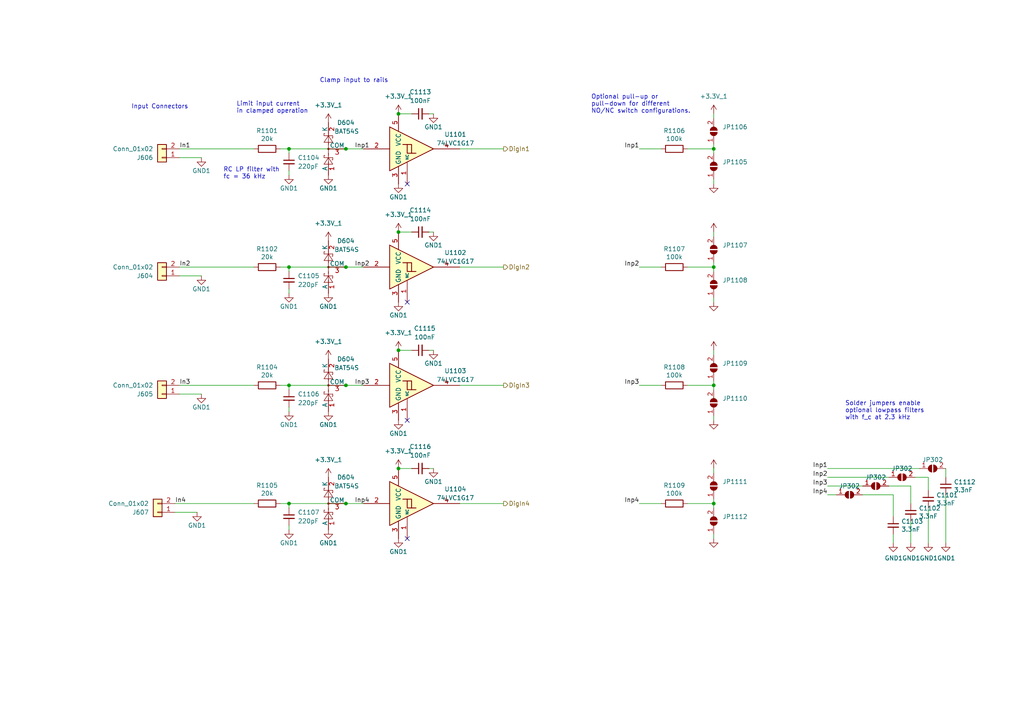
<source format=kicad_sch>
(kicad_sch (version 20230121) (generator eeschema)
  (paper "A4")
  (title_block (title "Hat Labs Marine Engine & Tank interface (HALMET)") (date "2023-11-27") (rev "1.0.0") (company "Hat Labs Ltd") (comment 1 "https://creativecommons.org/licenses/by-sa/4.0") (comment 2 "To view a copy of this license, visit ") (comment 3 "HALMET is licensed under CC BY-SA 4.0."))
  (lib_symbols
    (symbol "74xGxx:74LVC1G17"
      (property "Reference" "U" (at 2.54 7.62 0))
      (property "Value" "74LVC1G17" (at 5.08 -7.62 0))
      (symbol "74LVC1G17_0_1"
        (polyline (pts (xy -2.54 1.27) (xy -1.27 1.27) (xy -1.27 -1.27)) (stroke (width 0.254)) (fill (type background)))
        (polyline (pts (xy -7.62 6.35) (xy -7.62 -6.35) (xy 5.08 0) (xy -7.62 6.35)) (stroke (width 0.254)) (fill (type background)))
        (polyline (pts (xy -3.81 1.27) (xy -2.54 1.27) (xy -2.54 -1.27) (xy 0 -1.27)) (stroke (width 0.254)) (fill (type background)))
      )
      (symbol "74LVC1G17_1_1"
        (pin free line (at -2.54 -10.16 90) (length 6.35) (name "NC") (number "1"))
        (pin input line (at -15.24 0 0) (length 7.62) (name "~") (number "2"))
        (pin power_in line (at -5.08 -10.16 90) (length 5.08) (name "GND") (number "3"))
        (pin output line (at 12.7 0 180) (length 7.62) (name "~") (number "4"))
        (pin power_in line (at -5.08 10.16 270) (length 5.08) (name "VCC") (number "5"))
      )
    )
    (symbol "Connector_Generic:Conn_01x02" (pin_names (offset 1.016) hide)
      (property "Reference" "J" (at 0 2.54 0))
      (property "Value" "Conn_01x02" (at 0 -5.08 0))
      (symbol "Conn_01x02_1_1"
        (rectangle (start -1.27 -2.413) (end 0 -2.667) (stroke (width 0.1524)))
        (rectangle (start -1.27 0.127) (end 0 -0.127) (stroke (width 0.1524)))
        (rectangle (start -1.27 1.27) (end 1.27 -3.81) (stroke (width 0.254)) (fill (type background)))
        (pin passive line (at -5.08 0 0) (length 3.81) (name "Pin_1") (number "1"))
        (pin passive line (at -5.08 -2.54 0) (length 3.81) (name "Pin_2") (number "2"))
      )
    )
    (symbol "Device:C_Small" (pin_numbers hide) (pin_names (offset 0.254) hide)
      (property "Reference" "C" (at 0.254 1.778 0))
      (property "Value" "C_Small" (at 0.254 -2.032 0))
      (symbol "C_Small_0_1"
        (polyline (pts (xy -1.524 -0.508) (xy 1.524 -0.508)) (stroke (width 0.3302)))
        (polyline (pts (xy -1.524 0.508) (xy 1.524 0.508)) (stroke (width 0.3048)))
      )
      (symbol "C_Small_1_1"
        (pin passive line (at 0 2.54 270) (length 2.032) (name "~") (number "1"))
        (pin passive line (at 0 -2.54 90) (length 2.032) (name "~") (number "2"))
      )
    )
    (symbol "Device:R" (pin_numbers hide) (pin_names (offset 0))
      (property "Reference" "R" (at 2.032 0 90))
      (property "Value" "R" (at 0 0 90))
      (symbol "R_0_1"
        (rectangle (start -1.016 -2.54) (end 1.016 2.54) (stroke (width 0.254)))
      )
      (symbol "R_1_1"
        (pin passive line (at 0 3.81 270) (length 1.27) (name "~") (number "1"))
        (pin passive line (at 0 -3.81 90) (length 1.27) (name "~") (number "2"))
      )
    )
    (symbol "Diode:BAT54S" (pin_names (offset 0))
      (property "Reference" "D" (at 2.54 -5.08 0))
      (property "Value" "BAT54S" (at -6.35 3.175 0))
      (symbol "BAT54S_0_1"
        (polyline (pts (xy -3.81 0) (xy -1.27 0)))
        (polyline (pts (xy -3.175 -1.27) (xy -3.175 -1.016)))
        (polyline (pts (xy -2.54 -1.27) (xy -3.175 -1.27)))
        (polyline (pts (xy -2.54 -1.27) (xy -2.54 1.27)))
        (polyline (pts (xy -2.54 1.27) (xy -1.905 1.27)))
        (polyline (pts (xy -1.905 0) (xy 1.905 0)))
        (polyline (pts (xy -1.905 1.27) (xy -1.905 1.016)))
        (polyline (pts (xy 1.27 0) (xy 3.81 0)))
        (polyline (pts (xy 3.175 -1.27) (xy 3.175 -1.016)))
        (polyline (pts (xy 3.81 -1.27) (xy 3.175 -1.27)))
        (polyline (pts (xy 3.81 -1.27) (xy 3.81 1.27)))
        (polyline (pts (xy 3.81 1.27) (xy 4.445 1.27)))
        (polyline (pts (xy 4.445 1.27) (xy 4.445 1.016)))
        (polyline (pts (xy -4.445 1.27) (xy -4.445 -1.27) (xy -2.54 0) (xy -4.445 1.27)))
        (polyline (pts (xy 1.905 1.27) (xy 1.905 -1.27) (xy 3.81 0) (xy 1.905 1.27)))
        (circle (center 0 0) (radius 0.254) (fill (type outline)))
      )
      (symbol "BAT54S_1_1"
        (pin passive line (at -7.62 0 0) (length 3.81) (name "A") (number "1"))
        (pin passive line (at 7.62 0 180) (length 3.81) (name "K") (number "2"))
        (pin passive line (at 0 -5.08 90) (length 5.08) (name "COM") (number "3"))
      )
    )
    (symbol "HALMET:+3.3V_1" (power) (pin_names (offset 0))
      (property "Value" "+3.3V_1" (at 0 3.556 0))
      (symbol "+3.3V_1_0_1"
        (polyline (pts (xy -0.762 1.27) (xy 0 2.54)))
        (polyline (pts (xy 0 0) (xy 0 2.54)))
        (polyline (pts (xy 0 2.54) (xy 0.762 1.27)))
      )
      (symbol "+3.3V_1_1_1"
        (pin power_in line (at 0 0 90) (length 0) hide (name "+3.3V_1") (number "1"))
      )
    )
    (symbol "Jumper:SolderJumper_2_Open" (pin_names (offset 0) hide)
      (property "Reference" "JP" (at 0 2.032 0))
      (property "Value" "SolderJumper_2_Open" (at 0 -2.54 0))
      (symbol "SolderJumper_2_Open_0_1"
        (arc (start -0.254 1.016) (mid -1.2656 0) (end -0.254 -1.016))
        (arc (start -0.254 1.016) (mid -1.2656 0) (end -0.254 -1.016) (fill (type outline)))
        (polyline (pts (xy -0.254 1.016) (xy -0.254 -1.016)))
        (polyline (pts (xy 0.254 1.016) (xy 0.254 -1.016)))
        (arc (start 0.254 -1.016) (mid 1.2656 0) (end 0.254 1.016))
        (arc (start 0.254 -1.016) (mid 1.2656 0) (end 0.254 1.016) (fill (type outline)))
      )
      (symbol "SolderJumper_2_Open_1_1"
        (pin passive line (at -3.81 0 0) (length 2.54) (name "A") (number "1"))
        (pin passive line (at 3.81 0 180) (length 2.54) (name "B") (number "2"))
      )
    )
    (symbol "power:GND1" (power) (pin_names (offset 0))
      (property "Value" "GND1" (at 0 -3.81 0))
      (symbol "GND1_0_1"
        (polyline (pts (xy 0 0) (xy 0 -1.27) (xy 1.27 -1.27) (xy 0 -2.54) (xy -1.27 -1.27) (xy 0 -1.27)))
      )
      (symbol "GND1_1_1"
        (pin power_in line (at 0 0 270) (length 0) hide (name "GND1") (number "1"))
      )
    )
  )
  (junction (at 100.33 111.76))
  (junction (at 100.33 43.18))
  (junction (at 100.33 146.05))
  (junction (at 207.01 111.76))
  (junction (at 83.82 146.05))
  (junction (at 83.82 43.18))
  (junction (at 207.01 77.47))
  (junction (at 83.82 111.76))
  (junction (at 115.57 67.31))
  (junction (at 207.01 146.05))
  (junction (at 83.82 77.47))
  (junction (at 207.01 43.18))
  (junction (at 115.57 101.6))
  (junction (at 115.57 33.02))
  (junction (at 100.33 77.47))
  (junction (at 115.57 135.89))
  (no_connect (at 118.11 121.92))
  (no_connect (at 118.11 53.34))
  (no_connect (at 118.11 87.63))
  (no_connect (at 118.11 156.21))
  (wire (pts (xy 269.24 138.43) (xy 265.43 138.43)))
  (wire (pts (xy 264.16 140.97) (xy 257.81 140.97)))
  (wire (pts (xy 133.35 146.05) (xy 146.05 146.05)))
  (wire (pts (xy 207.01 144.78) (xy 207.01 146.05)))
  (wire (pts (xy 207.01 146.05) (xy 207.01 147.32)))
  (wire (pts (xy 83.82 146.05) (xy 83.82 147.32)))
  (wire (pts (xy 57.15 148.59) (xy 50.8 148.59)))
  (wire (pts (xy 269.24 142.24) (xy 269.24 138.43)))
  (wire (pts (xy 58.42 114.3) (xy 52.07 114.3)))
  (wire (pts (xy 81.28 77.47) (xy 83.82 77.47)))
  (wire (pts (xy 185.42 43.18) (xy 191.77 43.18)))
  (wire (pts (xy 207.01 67.31) (xy 207.01 68.58)))
  (wire (pts (xy 52.07 43.18) (xy 73.66 43.18)))
  (wire (pts (xy 207.01 111.76) (xy 207.01 113.03)))
  (wire (pts (xy 83.82 43.18) (xy 83.82 44.45)))
  (wire (pts (xy 207.01 101.6) (xy 207.01 102.87)))
  (wire (pts (xy 124.46 33.02) (xy 125.73 33.02)))
  (wire (pts (xy 133.35 77.47) (xy 146.05 77.47)))
  (wire (pts (xy 264.16 140.97) (xy 264.16 146.05)))
  (wire (pts (xy 269.24 147.32) (xy 269.24 157.48)))
  (wire (pts (xy 81.28 43.18) (xy 83.82 43.18)))
  (wire (pts (xy 115.57 33.02) (xy 119.38 33.02)))
  (wire (pts (xy 115.57 67.31) (xy 119.38 67.31)))
  (wire (pts (xy 58.42 80.01) (xy 52.07 80.01)))
  (wire (pts (xy 199.39 146.05) (xy 207.01 146.05)))
  (wire (pts (xy 207.01 110.49) (xy 207.01 111.76)))
  (wire (pts (xy 259.08 154.94) (xy 259.08 157.48)))
  (wire (pts (xy 250.19 143.51) (xy 259.08 143.51)))
  (wire (pts (xy 83.82 118.11) (xy 83.82 119.38)))
  (wire (pts (xy 83.82 146.05) (xy 100.33 146.05)))
  (wire (pts (xy 199.39 111.76) (xy 207.01 111.76)))
  (wire (pts (xy 100.33 111.76) (xy 105.41 111.76)))
  (wire (pts (xy 240.03 140.97) (xy 250.19 140.97)))
  (wire (pts (xy 83.82 152.4) (xy 83.82 153.67)))
  (wire (pts (xy 81.28 146.05) (xy 83.82 146.05)))
  (wire (pts (xy 83.82 111.76) (xy 83.82 113.03)))
  (wire (pts (xy 58.42 45.72) (xy 52.07 45.72)))
  (wire (pts (xy 207.01 41.91) (xy 207.01 43.18)))
  (wire (pts (xy 52.07 111.76) (xy 73.66 111.76)))
  (wire (pts (xy 52.07 77.47) (xy 73.66 77.47)))
  (wire (pts (xy 185.42 111.76) (xy 191.77 111.76)))
  (wire (pts (xy 83.82 77.47) (xy 100.33 77.47)))
  (wire (pts (xy 207.01 43.18) (xy 207.01 44.45)))
  (wire (pts (xy 124.46 135.89) (xy 125.73 135.89)))
  (wire (pts (xy 124.46 67.31) (xy 125.73 67.31)))
  (wire (pts (xy 207.01 86.36) (xy 207.01 87.63)))
  (wire (pts (xy 83.82 49.53) (xy 83.82 50.8)))
  (wire (pts (xy 83.82 77.47) (xy 83.82 78.74)))
  (wire (pts (xy 264.16 157.48) (xy 264.16 151.13)))
  (wire (pts (xy 207.01 154.94) (xy 207.01 156.21)))
  (wire (pts (xy 185.42 77.47) (xy 191.77 77.47)))
  (wire (pts (xy 83.82 111.76) (xy 100.33 111.76)))
  (wire (pts (xy 185.42 146.05) (xy 191.77 146.05)))
  (wire (pts (xy 83.82 43.18) (xy 100.33 43.18)))
  (wire (pts (xy 240.03 138.43) (xy 257.81 138.43)))
  (wire (pts (xy 124.46 101.6) (xy 125.73 101.6)))
  (wire (pts (xy 207.01 135.89) (xy 207.01 137.16)))
  (wire (pts (xy 274.32 138.43) (xy 274.32 135.89)))
  (wire (pts (xy 207.01 76.2) (xy 207.01 77.47)))
  (wire (pts (xy 115.57 101.6) (xy 119.38 101.6)))
  (wire (pts (xy 100.33 77.47) (xy 105.41 77.47)))
  (wire (pts (xy 240.03 143.51) (xy 242.57 143.51)))
  (wire (pts (xy 207.01 33.02) (xy 207.01 34.29)))
  (wire (pts (xy 133.35 43.18) (xy 146.05 43.18)))
  (wire (pts (xy 100.33 146.05) (xy 105.41 146.05)))
  (wire (pts (xy 199.39 43.18) (xy 207.01 43.18)))
  (wire (pts (xy 50.8 146.05) (xy 73.66 146.05)))
  (wire (pts (xy 259.08 149.86) (xy 259.08 143.51)))
  (wire (pts (xy 240.03 135.89) (xy 266.7 135.89)))
  (wire (pts (xy 133.35 111.76) (xy 146.05 111.76)))
  (wire (pts (xy 207.01 120.65) (xy 207.01 121.92)))
  (wire (pts (xy 81.28 111.76) (xy 83.82 111.76)))
  (wire (pts (xy 83.82 83.82) (xy 83.82 85.09)))
  (wire (pts (xy 207.01 52.07) (xy 207.01 53.34)))
  (wire (pts (xy 199.39 77.47) (xy 207.01 77.47)))
  (wire (pts (xy 274.32 143.51) (xy 274.32 157.48)))
  (wire (pts (xy 115.57 135.89) (xy 119.38 135.89)))
  (wire (pts (xy 207.01 77.47) (xy 207.01 78.74)))
  (wire (pts (xy 100.33 43.18) (xy 105.41 43.18)))
  (text "RC LP filter with\nfc = 36 kHz" (at 64.77 52.07 0) (effects (font (size 1.27 1.27)) (justify left bottom)))
  (text "Clamp input to rails" (at 92.71 24.13 0) (effects (font (size 1.27 1.27)) (justify left bottom)))
  (text "Input Connectors" (at 38.1 31.75 0) (effects (font (size 1.27 1.27)) (justify left bottom)))
  (text "Optional pull-up or\npull-down for different\nNO/NC switch configurations." (at 171.45 33.02 0) (effects (font (size 1.27 1.27)) (justify left bottom)))
  (text "Solder jumpers enable\noptional lowpass filters\nwith f_c at 2.3 kHz" (at 245.11 121.92 0) (effects (font (size 1.27 1.27)) (justify left bottom)))
  (text "Limit input current\nin clamped operation" (at 68.58 33.02 0) (effects (font (size 1.27 1.27)) (justify left bottom)))
  (label "In4" (at 50.8 146.05 0))
  (label "Inp1" (at 102.87 43.18 0))
  (label "Inp2" (at 102.87 77.47 0))
  (label "Inp2" (at 240.03 138.43 180))
  (label "Inp1" (at 185.42 43.18 180))
  (label "Inp3" (at 102.87 111.76 0))
  (label "In1" (at 52.07 43.18 0))
  (label "Inp4" (at 185.42 146.05 180))
  (label "Inp2" (at 185.42 77.47 180))
  (label "Inp1" (at 240.03 135.89 180))
  (label "Inp3" (at 185.42 111.76 180))
  (label "Inp4" (at 240.03 143.51 180))
  (label "In2" (at 52.07 77.47 0))
  (label "Inp4" (at 102.87 146.05 0))
  (label "In3" (at 52.07 111.76 0))
  (label "Inp3" (at 240.03 140.97 180))
  (hierarchical_label "DigIn3" (shape output) (at 146.05 111.76 0))
  (hierarchical_label "DigIn2" (shape output) (at 146.05 77.47 0))
  (hierarchical_label "DigIn4" (shape output) (at 146.05 146.05 0))
  (hierarchical_label "DigIn1" (shape output) (at 146.05 43.18 0))
  (symbol (lib_id "Device:R") (at 77.47 43.18 270) (unit 1)
    (property "Reference" "R1101" (at 77.47 37.9222 90))
    (property "Value" "20k" (at 77.47 40.2336 90))
    (property "Footprint" "Resistor_SMD:R_0603_1608Metric" (effects hide))
    (property "LCSC" "C4184" (effects hide))
  )
  (symbol (lib_id "power:GND1") (at 95.25 50.8 0) (unit 1)
    (property "Reference" "#PWR01111" (effects hide))
    (property "Value" "GND1" (at 95.25 54.61 0))
  )
  (symbol (lib_id "Device:C_Small") (at 274.32 140.97 0) (unit 1)
    (property "Reference" "C1112" (at 276.6568 139.8016 0) (effects (justify left)))
    (property "Value" "3.3nF" (at 276.6568 142.113 0) (effects (justify left)))
    (property "Footprint" "Capacitor_SMD:C_0402_1005Metric" (effects hide))
    (property "LCSC" "C26404" (effects hide))
  )
  (symbol (lib_id "power:GND1") (at 259.08 157.48 0) (unit 1)
    (property "Reference" "#PWR01122" (effects hide))
    (property "Value" "GND" (at 259.207 161.8742 0))
  )
  (symbol (lib_id "power:GND1") (at 264.16 157.48 0) (unit 1)
    (property "Reference" "#PWR01123" (effects hide))
    (property "Value" "GND" (at 264.287 161.8742 0))
  )
  (symbol (lib_id "power:GND1") (at 269.24 157.48 0) (unit 1)
    (property "Reference" "#PWR01124" (effects hide))
    (property "Value" "GND" (at 269.367 161.8742 0))
  )
  (symbol (lib_id "power:GND1") (at 274.32 157.48 0) (unit 1)
    (property "Reference" "#PWR01125" (effects hide))
    (property "Value" "GND" (at 274.447 161.8742 0))
  )
  (symbol (lib_id "power:GND1") (at 95.25 85.09 0) (unit 1)
    (property "Reference" "#PWR01113" (effects hide))
    (property "Value" "GND1" (at 95.25 88.9 0))
  )
  (symbol (lib_id "power:GND1") (at 95.25 119.38 0) (unit 1)
    (property "Reference" "#PWR01115" (effects hide))
    (property "Value" "GND1" (at 95.25 123.19 0))
  )
  (symbol (lib_id "power:GND1") (at 95.25 153.67 0) (unit 1)
    (property "Reference" "#PWR01117" (effects hide))
    (property "Value" "GND1" (at 95.25 157.48 0))
  )
  (symbol (lib_id "power:GND1") (at 57.15 148.59 0) (mirror y) (unit 1)
    (property "Reference" "#PWR0645" (effects hide))
    (property "Value" "GND1" (at 57.15 152.4 0))
    (instances (project "HALMET" (path "" (reference "#PWR0645") (unit 1)) (path "" (reference "#PWR01129") (unit 1))))
  )
  (symbol (lib_id "HALMET:+3.3V_1") (at 95.25 35.56 0) (unit 1)
    (property "Reference" "#PWR01108" (effects hide))
    (property "Value" "+3.3V_1" (at 95.25 30.48 0))
  )
  (symbol (lib_id "Jumper:SolderJumper_2_Open") (at 207.01 38.1 90) (unit 1)
    (property "Reference" "JP1106" (at 209.55 36.83 90) (effects (justify right)))
    (property "Value" "SolderJumper_2_Open" (effects hide))
    (property "Footprint" "HALMET:SolderJumper-2_P1.3mm_Open_TrianglePad_Narrow" (effects hide))
  )
  (symbol (lib_id "Device:R") (at 195.58 77.47 270) (unit 1)
    (property "Reference" "R1107" (at 195.58 72.2122 90))
    (property "Value" "100k" (at 195.58 74.5236 90))
    (property "Footprint" "Resistor_SMD:R_0402_1005Metric" (effects hide))
    (property "LCSC" "C25741" (effects hide))
  )
  (symbol (lib_id "HALMET:+3.3V_1") (at 95.25 104.14 0) (unit 1)
    (property "Reference" "#PWR01104" (effects hide))
    (property "Value" "+3.3V_1" (at 95.25 99.06 0))
  )
  (symbol (lib_id "Device:C_Small") (at 121.92 33.02 90) (unit 1)
    (property "Reference" "C1113" (at 121.9263 26.67 90))
    (property "Value" "100nF" (at 121.92 29.21 90))
    (property "Footprint" "Capacitor_SMD:C_0402_1005Metric" (effects hide))
    (property "LCSC" "C1525" (effects hide))
  )
  (symbol (lib_id "Jumper:SolderJumper_2_Open") (at 207.01 140.97 90) (unit 1)
    (property "Reference" "JP1111" (at 209.55 139.7 90) (effects (justify right)))
    (property "Value" "SolderJumper_2_Open" (effects hide))
    (property "Footprint" "HALMET:SolderJumper-2_P1.3mm_Open_TrianglePad_Narrow" (effects hide))
  )
  (symbol (lib_id "HALMET:+3.3V_1") (at 207.01 135.89 0) (unit 1)
    (property "Reference" "#PWR01139" (effects hide))
    (property "Value" "+3.3V_1" (effects hide))
  )
  (symbol (lib_id "power:GND1") (at 125.73 33.02 0) (unit 1)
    (property "Reference" "#PWR01131" (effects hide))
    (property "Value" "GND1" (at 125.73 36.83 0))
  )
  (symbol (lib_id "74xGxx:74LVC1G17") (at 120.65 111.76 0) (unit 1)
    (property "Reference" "U1103" (at 132.08 107.5691 0))
    (property "Value" "74LVC1G17" (at 132.08 110.1091 0))
    (property "Footprint" "Package_TO_SOT_SMD:SOT-353_SC-70-5" (effects hide))
    (property "Datasheet" "https://www.ti.com/lit/ds/symlink/sn74lvc1g17.pdf" (effects hide))
    (property "LCSC" "C4945070" (effects hide))
    (property "JLCPCB_CORRECTION" "0;0;270" (effects hide))
  )
  (symbol (lib_id "Device:R") (at 77.47 111.76 270) (unit 1)
    (property "Reference" "R1104" (at 77.47 106.5022 90))
    (property "Value" "20k" (at 77.47 108.8136 90))
    (property "Footprint" "Resistor_SMD:R_0603_1608Metric" (effects hide))
    (property "LCSC" "C4184" (effects hide))
  )
  (symbol (lib_id "power:GND1") (at 115.57 87.63 0) (unit 1)
    (property "Reference" "#PWR01119" (effects hide))
    (property "Value" "GND1" (at 115.57 91.44 0))
  )
  (symbol (lib_id "Diode:BAT54S") (at 95.25 77.47 90) (unit 1)
    (property "Reference" "D604" (at 102.87 69.85 90) (effects (justify left)))
    (property "Value" "BAT54S" (at 104.14 72.39 90) (effects (justify left)))
    (property "Footprint" "Package_TO_SOT_SMD:SOT-323_SC-70" (effects hide))
    (property "Datasheet" "https://www.diodes.com/assets/Datasheets/ds11005.pdf" (effects hide))
    (property "LCSC" "C12741" (effects hide))
    (property "JLCPCB_CORRECTION" "0;0;180" (effects hide))
    (instances (project "HALMET" (path "" (reference "D604") (unit 1)) (path "" (reference "D1103") (unit 1))))
  )
  (symbol (lib_id "HALMET:+3.3V_1") (at 207.01 33.02 0) (unit 1)
    (property "Reference" "#PWR01110" (effects hide))
    (property "Value" "+3.3V_1" (at 207.01 27.94 0))
  )
  (symbol (lib_id "Jumper:SolderJumper_2_Open") (at 270.51 135.89 0) (unit 1)
    (property "Reference" "JP302" (at 270.51 133.35 0))
    (property "Value" "SolderJumper_2_Open" (effects hide))
    (property "Footprint" "HALMET:SolderJumper-2_P1.3mm_Open_TrianglePad_Narrow" (effects hide))
    (instances (project "HALMET" (path "" (reference "JP302") (unit 1)) (path "" (reference "JP1101") (unit 1))))
  )
  (symbol (lib_id "power:GND1") (at 58.42 114.3 0) (mirror y) (unit 1)
    (property "Reference" "#PWR0644" (effects hide))
    (property "Value" "GND1" (at 58.42 118.11 0))
    (instances (project "HALMET" (path "" (reference "#PWR0644") (unit 1)) (path "" (reference "#PWR01128") (unit 1))))
  )
  (symbol (lib_id "Jumper:SolderJumper_2_Open") (at 207.01 48.26 90) (unit 1)
    (property "Reference" "JP1105" (at 209.55 46.99 90) (effects (justify right)))
    (property "Value" "SolderJumper_2_Open" (effects hide))
    (property "Footprint" "HALMET:SolderJumper-2_P1.3mm_Open_TrianglePad_Narrow" (effects hide))
  )
  (symbol (lib_id "Device:C_Small") (at 264.16 148.59 0) (unit 1)
    (property "Reference" "C1102" (at 266.4968 147.4216 0) (effects (justify left)))
    (property "Value" "3.3nF" (at 266.4968 149.733 0) (effects (justify left)))
    (property "Footprint" "Capacitor_SMD:C_0402_1005Metric" (effects hide))
    (property "LCSC" "C26404" (effects hide))
  )
  (symbol (lib_id "Device:R") (at 195.58 146.05 270) (unit 1)
    (property "Reference" "R1109" (at 195.58 140.7922 90))
    (property "Value" "100k" (at 195.58 143.1036 90))
    (property "Footprint" "Resistor_SMD:R_0402_1005Metric" (effects hide))
    (property "LCSC" "C25741" (effects hide))
  )
  (symbol (lib_id "Device:C_Small") (at 269.24 144.78 0) (unit 1)
    (property "Reference" "C1101" (at 271.5768 143.6116 0) (effects (justify left)))
    (property "Value" "3.3nF" (at 271.5768 145.923 0) (effects (justify left)))
    (property "Footprint" "Capacitor_SMD:C_0402_1005Metric" (effects hide))
    (property "LCSC" "C26404" (effects hide))
  )
  (symbol (lib_id "74xGxx:74LVC1G17") (at 120.65 77.47 0) (unit 1)
    (property "Reference" "U1102" (at 132.08 73.2791 0))
    (property "Value" "74LVC1G17" (at 132.08 75.8191 0))
    (property "Footprint" "Package_TO_SOT_SMD:SOT-353_SC-70-5" (effects hide))
    (property "Datasheet" "https://www.ti.com/lit/ds/symlink/sn74lvc1g17.pdf" (effects hide))
    (property "LCSC" "C4945070" (effects hide))
    (property "JLCPCB_CORRECTION" "0;0;270" (effects hide))
  )
  (symbol (lib_id "HALMET:+3.3V_1") (at 115.57 101.6 0) (unit 1)
    (property "Reference" "#PWR01103" (effects hide))
    (property "Value" "+3.3V_1" (at 115.57 96.52 0))
  )
  (symbol (lib_id "Device:R") (at 195.58 43.18 270) (unit 1)
    (property "Reference" "R1106" (at 195.58 37.9222 90))
    (property "Value" "100k" (at 195.58 40.2336 90))
    (property "Footprint" "Resistor_SMD:R_0402_1005Metric" (effects hide))
    (property "LCSC" "C25741" (effects hide))
  )
  (symbol (lib_id "Device:R") (at 77.47 77.47 270) (unit 1)
    (property "Reference" "R1102" (at 77.47 72.2122 90))
    (property "Value" "20k" (at 77.47 74.5236 90))
    (property "Footprint" "Resistor_SMD:R_0603_1608Metric" (effects hide))
    (property "LCSC" "C4184" (effects hide))
  )
  (symbol (lib_id "Jumper:SolderJumper_2_Open") (at 246.38 143.51 0) (unit 1)
    (property "Reference" "JP302" (at 246.38 140.97 0))
    (property "Value" "SolderJumper_2_Open" (effects hide))
    (property "Footprint" "HALMET:SolderJumper-2_P1.3mm_Open_TrianglePad_Narrow" (effects hide))
    (instances (project "HALMET" (path "" (reference "JP302") (unit 1)) (path "" (reference "JP1104") (unit 1))))
  )
  (symbol (lib_id "power:GND1") (at 83.82 85.09 0) (unit 1)
    (property "Reference" "#PWR01114" (effects hide))
    (property "Value" "GND1" (at 83.82 88.9 0))
  )
  (symbol (lib_id "Jumper:SolderJumper_2_Open") (at 207.01 106.68 90) (unit 1)
    (property "Reference" "JP1109" (at 209.55 105.41 90) (effects (justify right)))
    (property "Value" "SolderJumper_2_Open" (effects hide))
    (property "Footprint" "HALMET:SolderJumper-2_P1.3mm_Open_TrianglePad_Narrow" (effects hide))
  )
  (symbol (lib_id "Jumper:SolderJumper_2_Open") (at 207.01 72.39 90) (unit 1)
    (property "Reference" "JP1107" (at 209.55 71.12 90) (effects (justify right)))
    (property "Value" "SolderJumper_2_Open" (effects hide))
    (property "Footprint" "HALMET:SolderJumper-2_P1.3mm_Open_TrianglePad_Narrow" (effects hide))
  )
  (symbol (lib_id "Diode:BAT54S") (at 95.25 43.18 90) (unit 1)
    (property "Reference" "D604" (at 102.87 35.56 90) (effects (justify left)))
    (property "Value" "BAT54S" (at 104.14 38.1 90) (effects (justify left)))
    (property "Footprint" "Package_TO_SOT_SMD:SOT-323_SC-70" (effects hide))
    (property "Datasheet" "https://www.diodes.com/assets/Datasheets/ds11005.pdf" (effects hide))
    (property "LCSC" "C12741" (effects hide))
    (property "JLCPCB_CORRECTION" "0;0;180" (effects hide))
    (instances (project "HALMET" (path "" (reference "D604") (unit 1)) (path "" (reference "D1113") (unit 1))))
  )
  (symbol (lib_id "HALMET:+3.3V_1") (at 115.57 33.02 0) (unit 1)
    (property "Reference" "#PWR01107" (effects hide))
    (property "Value" "+3.3V_1" (at 115.57 27.94 0))
  )
  (symbol (lib_id "Diode:BAT54S") (at 95.25 146.05 90) (unit 1)
    (property "Reference" "D604" (at 102.87 138.43 90) (effects (justify left)))
    (property "Value" "BAT54S" (at 104.14 140.97 90) (effects (justify left)))
    (property "Footprint" "Package_TO_SOT_SMD:SOT-323_SC-70" (effects hide))
    (property "Datasheet" "https://www.diodes.com/assets/Datasheets/ds11005.pdf" (effects hide))
    (property "LCSC" "C12741" (effects hide))
    (property "JLCPCB_CORRECTION" "0;0;180" (effects hide))
    (instances (project "HALMET" (path "" (reference "D604") (unit 1)) (path "" (reference "D1105") (unit 1))))
  )
  (symbol (lib_id "Connector_Generic:Conn_01x02") (at 46.99 114.3 180) (unit 1)
    (property "Reference" "J605" (at 44.45 114.3 0) (effects (justify left)))
    (property "Value" "Conn_01x02" (at 44.45 111.76 0) (effects (justify left)))
    (property "Footprint" "Connector_Phoenix_MC:PhoenixContact_MCV_1,5_2-G-3.81_1x02_P3.81mm_Vertical" (effects hide))
    (property "LCSC" "C8396" (effects hide))
    (instances (project "HALMET" (path "" (reference "J605") (unit 1)) (path "" (reference "J1105") (unit 1))))
  )
  (symbol (lib_id "HALMET:+3.3V_1") (at 115.57 135.89 0) (unit 1)
    (property "Reference" "#PWR01102" (effects hide))
    (property "Value" "+3.3V_1" (at 115.57 130.81 0))
  )
  (symbol (lib_id "74xGxx:74LVC1G17") (at 120.65 146.05 0) (unit 1)
    (property "Reference" "U1104" (at 132.08 141.8591 0))
    (property "Value" "74LVC1G17" (at 132.08 144.3991 0))
    (property "Footprint" "Package_TO_SOT_SMD:SOT-353_SC-70-5" (effects hide))
    (property "Datasheet" "https://www.ti.com/lit/ds/symlink/sn74lvc1g17.pdf" (effects hide))
    (property "LCSC" "C4945070" (effects hide))
    (property "JLCPCB_CORRECTION" "0;0;270" (effects hide))
  )
  (symbol (lib_id "Device:C_Small") (at 121.92 67.31 90) (unit 1)
    (property "Reference" "C1114" (at 121.9263 60.96 90))
    (property "Value" "100nF" (at 121.92 63.5 90))
    (property "Footprint" "Capacitor_SMD:C_0402_1005Metric" (effects hide))
    (property "LCSC" "C1525" (effects hide))
  )
  (symbol (lib_id "Device:C_Small") (at 121.92 135.89 90) (unit 1)
    (property "Reference" "C1116" (at 121.9263 129.54 90))
    (property "Value" "100nF" (at 121.92 132.08 90))
    (property "Footprint" "Capacitor_SMD:C_0402_1005Metric" (effects hide))
    (property "LCSC" "C1525" (effects hide))
  )
  (symbol (lib_id "Jumper:SolderJumper_2_Open") (at 207.01 151.13 90) (unit 1)
    (property "Reference" "JP1112" (at 209.55 149.86 90) (effects (justify right)))
    (property "Value" "SolderJumper_2_Open" (effects hide))
    (property "Footprint" "HALMET:SolderJumper-2_P1.3mm_Open_TrianglePad_Narrow" (effects hide))
  )
  (symbol (lib_id "HALMET:+3.3V_1") (at 95.25 138.43 0) (unit 1)
    (property "Reference" "#PWR01101" (effects hide))
    (property "Value" "+3.3V_1" (at 95.25 133.35 0))
  )
  (symbol (lib_id "74xGxx:74LVC1G17") (at 120.65 43.18 0) (unit 1)
    (property "Reference" "U1101" (at 132.08 38.9891 0))
    (property "Value" "74LVC1G17" (at 132.08 41.5291 0))
    (property "Footprint" "Package_TO_SOT_SMD:SOT-353_SC-70-5" (effects hide))
    (property "Datasheet" "https://www.ti.com/lit/ds/symlink/sn74lvc1g17.pdf" (effects hide))
    (property "LCSC" "C4945070" (effects hide))
    (property "JLCPCB_CORRECTION" "0;0;270" (effects hide))
  )
  (symbol (lib_id "power:GND1") (at 125.73 101.6 0) (unit 1)
    (property "Reference" "#PWR01133" (effects hide))
    (property "Value" "GND1" (at 125.73 105.41 0))
  )
  (symbol (lib_id "power:GND1") (at 83.82 50.8 0) (unit 1)
    (property "Reference" "#PWR01112" (effects hide))
    (property "Value" "GND1" (at 83.82 54.61 0))
  )
  (symbol (lib_id "Device:C_Small") (at 83.82 46.99 0) (unit 1)
    (property "Reference" "C1104" (at 86.36 45.7263 0) (effects (justify left)))
    (property "Value" "220pF" (at 86.36 48.2663 0) (effects (justify left)))
    (property "Footprint" "Resistor_SMD:R_0402_1005Metric" (effects hide))
    (property "LCSC" "C1530" (effects hide))
  )
  (symbol (lib_id "Jumper:SolderJumper_2_Open") (at 261.62 138.43 0) (unit 1)
    (property "Reference" "JP302" (at 261.62 135.89 0))
    (property "Value" "SolderJumper_2_Open" (effects hide))
    (property "Footprint" "HALMET:SolderJumper-2_P1.3mm_Open_TrianglePad_Narrow" (effects hide))
    (instances (project "HALMET" (path "" (reference "JP302") (unit 1)) (path "" (reference "JP1102") (unit 1))))
  )
  (symbol (lib_id "Jumper:SolderJumper_2_Open") (at 207.01 116.84 90) (unit 1)
    (property "Reference" "JP1110" (at 209.55 115.57 90) (effects (justify right)))
    (property "Value" "SolderJumper_2_Open" (effects hide))
    (property "Footprint" "HALMET:SolderJumper-2_P1.3mm_Open_TrianglePad_Narrow" (effects hide))
  )
  (symbol (lib_id "power:GND1") (at 115.57 53.34 0) (unit 1)
    (property "Reference" "#PWR01130" (effects hide))
    (property "Value" "GND1" (at 115.57 57.15 0))
  )
  (symbol (lib_id "power:GND1") (at 58.42 45.72 0) (mirror y) (unit 1)
    (property "Reference" "#PWR0617" (effects hide))
    (property "Value" "GND1" (at 58.42 49.53 0))
    (instances (project "HALMET" (path "" (reference "#PWR0617") (unit 1)) (path "" (reference "#PWR01126") (unit 1))))
  )
  (symbol (lib_id "power:GND1") (at 83.82 153.67 0) (unit 1)
    (property "Reference" "#PWR01118" (effects hide))
    (property "Value" "GND1" (at 83.82 157.48 0))
  )
  (symbol (lib_id "Device:C_Small") (at 121.92 101.6 90) (unit 1)
    (property "Reference" "C1115" (at 123.1963 95.25 90))
    (property "Value" "100nF" (at 123.19 97.79 90))
    (property "Footprint" "Capacitor_SMD:C_0402_1005Metric" (effects hide))
    (property "LCSC" "C1525" (effects hide))
  )
  (symbol (lib_id "Device:R") (at 195.58 111.76 270) (unit 1)
    (property "Reference" "R1108" (at 195.58 106.5022 90))
    (property "Value" "100k" (at 195.58 108.8136 90))
    (property "Footprint" "Resistor_SMD:R_0402_1005Metric" (effects hide))
    (property "LCSC" "C25741" (effects hide))
  )
  (symbol (lib_id "Device:C_Small") (at 83.82 81.28 0) (unit 1)
    (property "Reference" "C1105" (at 86.36 80.0163 0) (effects (justify left)))
    (property "Value" "220pF" (at 86.36 82.5563 0) (effects (justify left)))
    (property "Footprint" "Resistor_SMD:R_0402_1005Metric" (effects hide))
    (property "LCSC" "C1530" (effects hide))
  )
  (symbol (lib_id "Connector_Generic:Conn_01x02") (at 46.99 80.01 180) (unit 1)
    (property "Reference" "J604" (at 44.45 80.01 0) (effects (justify left)))
    (property "Value" "Conn_01x02" (at 44.45 77.47 0) (effects (justify left)))
    (property "Footprint" "Connector_Phoenix_MC:PhoenixContact_MCV_1,5_2-G-3.81_1x02_P3.81mm_Vertical" (effects hide))
    (property "LCSC" "C8396" (effects hide))
    (instances (project "HALMET" (path "" (reference "J604") (unit 1)) (path "" (reference "J1104") (unit 1))))
  )
  (symbol (lib_id "Device:C_Small") (at 83.82 115.57 0) (unit 1)
    (property "Reference" "C1106" (at 86.36 114.3063 0) (effects (justify left)))
    (property "Value" "220pF" (at 86.36 116.8463 0) (effects (justify left)))
    (property "Footprint" "Resistor_SMD:R_0402_1005Metric" (effects hide))
    (property "LCSC" "C1530" (effects hide))
  )
  (symbol (lib_id "HALMET:+3.3V_1") (at 115.57 67.31 0) (unit 1)
    (property "Reference" "#PWR01106" (effects hide))
    (property "Value" "+3.3V_1" (at 115.57 62.23 0))
  )
  (symbol (lib_id "Jumper:SolderJumper_2_Open") (at 207.01 82.55 90) (unit 1)
    (property "Reference" "JP1108" (at 209.55 81.28 90) (effects (justify right)))
    (property "Value" "SolderJumper_2_Open" (effects hide))
    (property "Footprint" "HALMET:SolderJumper-2_P1.3mm_Open_TrianglePad_Narrow" (effects hide))
  )
  (symbol (lib_id "power:GND1") (at 83.82 119.38 0) (unit 1)
    (property "Reference" "#PWR01116" (effects hide))
    (property "Value" "GND1" (at 83.82 123.19 0))
  )
  (symbol (lib_id "power:GND1") (at 125.73 135.89 0) (unit 1)
    (property "Reference" "#PWR01136" (effects hide))
    (property "Value" "GND1" (at 125.73 139.7 0))
  )
  (symbol (lib_id "Device:R") (at 77.47 146.05 270) (unit 1)
    (property "Reference" "R1105" (at 77.47 140.7922 90))
    (property "Value" "20k" (at 77.47 143.1036 90))
    (property "Footprint" "Resistor_SMD:R_0603_1608Metric" (effects hide))
    (property "LCSC" "C4184" (effects hide))
  )
  (symbol (lib_id "HALMET:+3.3V_1") (at 207.01 67.31 0) (unit 1)
    (property "Reference" "#PWR01121" (effects hide))
    (property "Value" "+3.3V_1" (effects hide))
  )
  (symbol (lib_id "Connector_Generic:Conn_01x02") (at 45.72 148.59 180) (unit 1)
    (property "Reference" "J607" (at 43.18 148.59 0) (effects (justify left)))
    (property "Value" "Conn_01x02" (at 43.18 146.05 0) (effects (justify left)))
    (property "Footprint" "Connector_Phoenix_MC:PhoenixContact_MCV_1,5_2-G-3.81_1x02_P3.81mm_Vertical" (effects hide))
    (property "LCSC" "C8396" (effects hide))
    (instances (project "HALMET" (path "" (reference "J607") (unit 1)) (path "" (reference "J1106") (unit 1))))
  )
  (symbol (lib_id "Device:C_Small") (at 259.08 152.4 0) (unit 1)
    (property "Reference" "C1103" (at 261.4168 151.2316 0) (effects (justify left)))
    (property "Value" "3.3nF" (at 261.4168 153.543 0) (effects (justify left)))
    (property "Footprint" "Capacitor_SMD:C_0402_1005Metric" (effects hide))
    (property "LCSC" "C26404" (effects hide))
  )
  (symbol (lib_id "power:GND1") (at 115.57 156.21 0) (unit 1)
    (property "Reference" "#PWR01135" (effects hide))
    (property "Value" "GND1" (at 115.57 160.02 0))
  )
  (symbol (lib_id "Diode:BAT54S") (at 95.25 111.76 90) (unit 1)
    (property "Reference" "D604" (at 102.87 104.14 90) (effects (justify left)))
    (property "Value" "BAT54S" (at 104.14 106.68 90) (effects (justify left)))
    (property "Footprint" "Package_TO_SOT_SMD:SOT-323_SC-70" (effects hide))
    (property "Datasheet" "https://www.diodes.com/assets/Datasheets/ds11005.pdf" (effects hide))
    (property "LCSC" "C12741" (effects hide))
    (property "JLCPCB_CORRECTION" "0;0;180" (effects hide))
    (instances (project "HALMET" (path "" (reference "D604") (unit 1)) (path "" (reference "D1104") (unit 1))))
  )
  (symbol (lib_id "HALMET:+3.3V_1") (at 95.25 69.85 0) (unit 1)
    (property "Reference" "#PWR01105" (effects hide))
    (property "Value" "+3.3V_1" (at 95.25 64.77 0))
  )
  (symbol (lib_id "power:GND1") (at 207.01 87.63 0) (unit 1)
    (property "Reference" "#PWR01134" (effects hide))
    (property "Value" "GND1" (effects hide))
  )
  (symbol (lib_id "Jumper:SolderJumper_2_Open") (at 254 140.97 0) (unit 1)
    (property "Reference" "JP302" (at 254 138.43 0))
    (property "Value" "SolderJumper_2_Open" (effects hide))
    (property "Footprint" "HALMET:SolderJumper-2_P1.3mm_Open_TrianglePad_Narrow" (effects hide))
    (instances (project "HALMET" (path "" (reference "JP302") (unit 1)) (path "" (reference "JP1103") (unit 1))))
  )
  (symbol (lib_id "Connector_Generic:Conn_01x02") (at 46.99 45.72 180) (unit 1)
    (property "Reference" "J606" (at 44.45 45.72 0) (effects (justify left)))
    (property "Value" "Conn_01x02" (at 44.45 43.18 0) (effects (justify left)))
    (property "Footprint" "Connector_Phoenix_MC:PhoenixContact_MCV_1,5_2-G-3.81_1x02_P3.81mm_Vertical" (effects hide))
    (property "LCSC" "C8396" (effects hide))
    (instances (project "HALMET" (path "" (reference "J606") (unit 1)) (path "" (reference "J1103") (unit 1))))
  )
  (symbol (lib_id "power:GND1") (at 58.42 80.01 0) (mirror y) (unit 1)
    (property "Reference" "#PWR0643" (effects hide))
    (property "Value" "GND1" (at 58.42 83.82 0))
    (instances (project "HALMET" (path "" (reference "#PWR0643") (unit 1)) (path "" (reference "#PWR01127") (unit 1))))
  )
  (symbol (lib_id "Device:C_Small") (at 83.82 149.86 0) (unit 1)
    (property "Reference" "C1107" (at 86.36 148.5963 0) (effects (justify left)))
    (property "Value" "220pF" (at 86.36 151.1363 0) (effects (justify left)))
    (property "Footprint" "Resistor_SMD:R_0402_1005Metric" (effects hide))
    (property "LCSC" "C1530" (effects hide))
  )
  (symbol (lib_id "power:GND1") (at 207.01 156.21 0) (unit 1)
    (property "Reference" "#PWR01140" (effects hide))
    (property "Value" "GND1" (effects hide))
  )
  (symbol (lib_id "HALMET:+3.3V_1") (at 207.01 101.6 0) (unit 1)
    (property "Reference" "#PWR01137" (effects hide))
    (property "Value" "+3.3V_1" (effects hide))
  )
  (symbol (lib_id "power:GND1") (at 115.57 121.92 0) (unit 1)
    (property "Reference" "#PWR01132" (effects hide))
    (property "Value" "GND1" (at 115.57 125.73 0))
  )
  (symbol (lib_id "power:GND1") (at 207.01 121.92 0) (unit 1)
    (property "Reference" "#PWR01138" (effects hide))
    (property "Value" "GND1" (effects hide))
  )
  (symbol (lib_id "power:GND1") (at 207.01 53.34 0) (unit 1)
    (property "Reference" "#PWR01109" (effects hide))
    (property "Value" "GND1" (effects hide))
  )
  (symbol (lib_id "power:GND1") (at 125.73 67.31 0) (unit 1)
    (property "Reference" "#PWR01120" (effects hide))
    (property "Value" "GND1" (at 125.73 71.12 0))
  )
)
</source>
